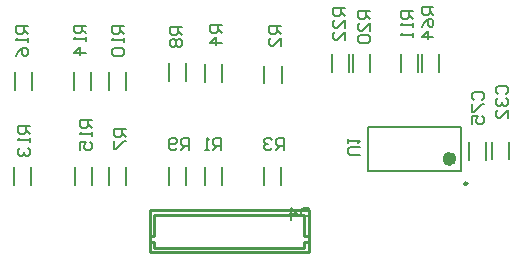
<source format=gbo>
G04*
G04 #@! TF.GenerationSoftware,Altium Limited,Altium Designer,23.10.1 (27)*
G04*
G04 Layer_Color=32896*
%FSLAX25Y25*%
%MOIN*%
G70*
G04*
G04 #@! TF.SameCoordinates,D0F96BE9-EE4C-402D-8CE8-E6F0CD5897FE*
G04*
G04*
G04 #@! TF.FilePolarity,Positive*
G04*
G01*
G75*
%ADD10C,0.01000*%
%ADD12C,0.00500*%
%ADD13C,0.00787*%
%ADD43C,0.00984*%
%ADD44C,0.02362*%
D10*
X67000Y17800D02*
X68500D01*
X68499Y15800D02*
X68500Y17800D01*
X68499Y15800D02*
X118500D01*
Y17800D01*
X120000D01*
Y18300D01*
X118500Y26300D02*
Y26800D01*
X68500D02*
X118500D01*
X68500Y19800D02*
Y26800D01*
X67000Y19800D02*
X68500D01*
X118500D02*
Y26300D01*
Y19800D02*
X120000D01*
Y14300D02*
Y28300D01*
X67000D02*
X120000D01*
X67000Y14300D02*
Y28300D01*
Y14300D02*
X120000D01*
D12*
X136999Y46700D02*
X133667D01*
X133000Y47366D01*
Y48699D01*
X133667Y49366D01*
X136999D01*
X133000Y50699D02*
Y52032D01*
Y51365D01*
X136999D01*
X136332Y50699D01*
X131900Y95700D02*
X127901D01*
Y93701D01*
X128568Y93034D01*
X129901D01*
X130567Y93701D01*
Y95700D01*
Y94367D02*
X131900Y93034D01*
Y89035D02*
Y91701D01*
X129234Y89035D01*
X128568D01*
X127901Y89702D01*
Y91035D01*
X128568Y91701D01*
X131900Y85037D02*
Y87703D01*
X129234Y85037D01*
X128568D01*
X127901Y85703D01*
Y87036D01*
X128568Y87703D01*
X120100Y25100D02*
Y29099D01*
X118101D01*
X117434Y28432D01*
Y27099D01*
X118101Y26433D01*
X120100D01*
X114102Y25100D02*
Y29099D01*
X116101Y27099D01*
X113435D01*
X174968Y64934D02*
X174301Y65601D01*
Y66934D01*
X174968Y67600D01*
X177634D01*
X178300Y66934D01*
Y65601D01*
X177634Y64934D01*
X174301Y63601D02*
Y60935D01*
X174968D01*
X177634Y63601D01*
X178300D01*
X174301Y56937D02*
Y59603D01*
X176301D01*
X175634Y58270D01*
Y57603D01*
X176301Y56937D01*
X177634D01*
X178300Y57603D01*
Y58936D01*
X177634Y59603D01*
X183068Y67034D02*
X182401Y67701D01*
Y69034D01*
X183068Y69700D01*
X185733D01*
X186400Y69034D01*
Y67701D01*
X185733Y67034D01*
X183068Y65701D02*
X182401Y65035D01*
Y63702D01*
X183068Y63036D01*
X183734D01*
X184401Y63702D01*
Y64368D01*
Y63702D01*
X185067Y63036D01*
X185733D01*
X186400Y63702D01*
Y65035D01*
X185733Y65701D01*
X186400Y59037D02*
Y61703D01*
X183734Y59037D01*
X183068D01*
X182401Y59703D01*
Y61036D01*
X183068Y61703D01*
X90600Y48300D02*
Y52299D01*
X88601D01*
X87934Y51632D01*
Y50299D01*
X88601Y49633D01*
X90600D01*
X89267D02*
X87934Y48300D01*
X86601D02*
X85268D01*
X85935D01*
Y52299D01*
X86601Y51632D01*
X110600Y89800D02*
X106601D01*
Y87801D01*
X107268Y87134D01*
X108601D01*
X109267Y87801D01*
Y89800D01*
Y88467D02*
X110600Y87134D01*
Y83135D02*
Y85801D01*
X107934Y83135D01*
X107268D01*
X106601Y83802D01*
Y85135D01*
X107268Y85801D01*
X111600Y48300D02*
Y52299D01*
X109601D01*
X108934Y51632D01*
Y50299D01*
X109601Y49633D01*
X111600D01*
X110267D02*
X108934Y48300D01*
X107601Y51632D02*
X106935Y52299D01*
X105602D01*
X104936Y51632D01*
Y50966D01*
X105602Y50299D01*
X106268D01*
X105602D01*
X104936Y49633D01*
Y48966D01*
X105602Y48300D01*
X106935D01*
X107601Y48966D01*
X91100Y90000D02*
X87101D01*
Y88001D01*
X87768Y87334D01*
X89101D01*
X89767Y88001D01*
Y90000D01*
Y88667D02*
X91100Y87334D01*
Y84002D02*
X87101D01*
X89101Y86001D01*
Y83336D01*
X59000Y55400D02*
X55001D01*
Y53401D01*
X55668Y52734D01*
X57001D01*
X57667Y53401D01*
Y55400D01*
Y54067D02*
X59000Y52734D01*
X55001Y51401D02*
Y48735D01*
X55668D01*
X58334Y51401D01*
X59000D01*
X77700Y89500D02*
X73701D01*
Y87501D01*
X74368Y86834D01*
X75701D01*
X76367Y87501D01*
Y89500D01*
Y88167D02*
X77700Y86834D01*
X74368Y85501D02*
X73701Y84835D01*
Y83502D01*
X74368Y82836D01*
X75034D01*
X75701Y83502D01*
X76367Y82836D01*
X77034D01*
X77700Y83502D01*
Y84835D01*
X77034Y85501D01*
X76367D01*
X75701Y84835D01*
X75034Y85501D01*
X74368D01*
X75701Y84835D02*
Y83502D01*
X80000Y48300D02*
Y52299D01*
X78001D01*
X77334Y51632D01*
Y50299D01*
X78001Y49633D01*
X80000D01*
X78667D02*
X77334Y48300D01*
X76001Y48966D02*
X75335Y48300D01*
X74002D01*
X73335Y48966D01*
Y51632D01*
X74002Y52299D01*
X75335D01*
X76001Y51632D01*
Y50966D01*
X75335Y50299D01*
X73335D01*
X58300Y89800D02*
X54301D01*
Y87801D01*
X54968Y87134D01*
X56301D01*
X56967Y87801D01*
Y89800D01*
Y88467D02*
X58300Y87134D01*
Y85801D02*
Y84468D01*
Y85135D01*
X54301D01*
X54968Y85801D01*
Y82469D02*
X54301Y81803D01*
Y80470D01*
X54968Y79803D01*
X57634D01*
X58300Y80470D01*
Y81803D01*
X57634Y82469D01*
X54968D01*
X154800Y94800D02*
X150801D01*
Y92801D01*
X151468Y92134D01*
X152801D01*
X153467Y92801D01*
Y94800D01*
Y93467D02*
X154800Y92134D01*
Y90801D02*
Y89468D01*
Y90135D01*
X150801D01*
X151468Y90801D01*
X154800Y87469D02*
Y86136D01*
Y86803D01*
X150801D01*
X151468Y87469D01*
X27000Y56400D02*
X23001D01*
Y54401D01*
X23668Y53734D01*
X25001D01*
X25667Y54401D01*
Y56400D01*
Y55067D02*
X27000Y53734D01*
Y52401D02*
Y51068D01*
Y51735D01*
X23001D01*
X23668Y52401D01*
Y49069D02*
X23001Y48403D01*
Y47070D01*
X23668Y46403D01*
X24334D01*
X25001Y47070D01*
Y47736D01*
Y47070D01*
X25667Y46403D01*
X26334D01*
X27000Y47070D01*
Y48403D01*
X26334Y49069D01*
X45600Y89900D02*
X41601D01*
Y87901D01*
X42268Y87234D01*
X43601D01*
X44267Y87901D01*
Y89900D01*
Y88567D02*
X45600Y87234D01*
Y85901D02*
Y84568D01*
Y85235D01*
X41601D01*
X42268Y85901D01*
X45600Y80570D02*
X41601D01*
X43601Y82569D01*
Y79903D01*
X47600Y58400D02*
X43601D01*
Y56401D01*
X44268Y55734D01*
X45601D01*
X46267Y56401D01*
Y58400D01*
Y57067D02*
X47600Y55734D01*
Y54401D02*
Y53068D01*
Y53735D01*
X43601D01*
X44268Y54401D01*
X43601Y48403D02*
Y51069D01*
X45601D01*
X44934Y49736D01*
Y49070D01*
X45601Y48403D01*
X46934D01*
X47600Y49070D01*
Y50403D01*
X46934Y51069D01*
X26300Y89700D02*
X22301D01*
Y87701D01*
X22968Y87034D01*
X24301D01*
X24967Y87701D01*
Y89700D01*
Y88367D02*
X26300Y87034D01*
Y85701D02*
Y84368D01*
Y85035D01*
X22301D01*
X22968Y85701D01*
X22301Y79703D02*
X22968Y81036D01*
X24301Y82369D01*
X25634D01*
X26300Y81703D01*
Y80370D01*
X25634Y79703D01*
X24967D01*
X24301Y80370D01*
Y82369D01*
X161500Y96100D02*
X157501D01*
Y94101D01*
X158168Y93434D01*
X159501D01*
X160167Y94101D01*
Y96100D01*
Y94767D02*
X161500Y93434D01*
X157501Y89435D02*
X158168Y90768D01*
X159501Y92101D01*
X160834D01*
X161500Y91435D01*
Y90102D01*
X160834Y89435D01*
X160167D01*
X159501Y90102D01*
Y92101D01*
X161500Y86103D02*
X157501D01*
X159501Y88103D01*
Y85437D01*
X140400Y94800D02*
X136401D01*
Y92801D01*
X137068Y92134D01*
X138401D01*
X139067Y92801D01*
Y94800D01*
Y93467D02*
X140400Y92134D01*
Y88135D02*
Y90801D01*
X137734Y88135D01*
X137068D01*
X136401Y88802D01*
Y90135D01*
X137068Y90801D01*
Y86803D02*
X136401Y86136D01*
Y84803D01*
X137068Y84137D01*
X139734D01*
X140400Y84803D01*
Y86136D01*
X139734Y86803D01*
X137068D01*
D13*
X139649Y41517D02*
X170751D01*
X139649Y56084D02*
X170751D01*
Y41517D02*
Y56084D01*
X139649Y41517D02*
Y56084D01*
X127546Y74547D02*
Y80453D01*
X133254Y74547D02*
Y80453D01*
X173246Y45147D02*
Y51053D01*
X178954Y45147D02*
Y51053D01*
X186754Y45247D02*
Y51153D01*
X181046Y45247D02*
Y51153D01*
X90954Y36749D02*
Y42654D01*
X85246Y36749D02*
Y42654D01*
X105146Y70649D02*
Y76554D01*
X110854Y70649D02*
Y76554D01*
X110654Y36749D02*
Y42654D01*
X104946Y36749D02*
Y42654D01*
X85246Y71149D02*
Y77054D01*
X90954Y71149D02*
Y77054D01*
X53446Y36749D02*
Y42654D01*
X59154Y36749D02*
Y42654D01*
X73446Y71347D02*
Y77253D01*
X79154Y71347D02*
Y77253D01*
X79054Y36749D02*
Y42654D01*
X73346Y36749D02*
Y42654D01*
X58954Y68447D02*
Y74353D01*
X53246Y68447D02*
Y74353D01*
X150746Y74447D02*
Y80353D01*
X156454Y74447D02*
Y80353D01*
X21546Y36749D02*
Y42654D01*
X27254Y36749D02*
Y42654D01*
X47254Y68447D02*
Y74353D01*
X41546Y68447D02*
Y74353D01*
X41946Y36749D02*
Y42654D01*
X47654Y36749D02*
Y42654D01*
X27554Y68447D02*
Y74353D01*
X21846Y68447D02*
Y74353D01*
X157546Y74446D02*
Y80351D01*
X163254Y74446D02*
Y80351D01*
X134546Y74446D02*
Y80351D01*
X140254Y74446D02*
Y80351D01*
D43*
X172818Y37186D02*
G03*
X172818Y37186I-492J0D01*
G01*
D44*
X167995Y45454D02*
G03*
X167995Y45454I-1181J0D01*
G01*
M02*

</source>
